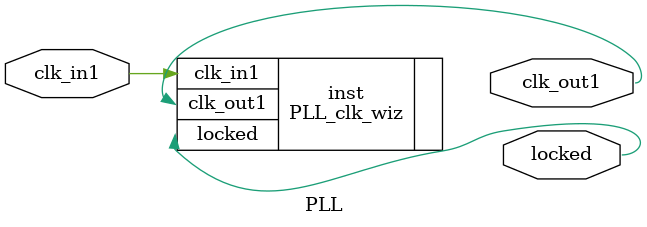
<source format=v>


`timescale 1ps/1ps

(* CORE_GENERATION_INFO = "PLL,clk_wiz_v6_0_4_0_0,{component_name=PLL,use_phase_alignment=true,use_min_o_jitter=false,use_max_i_jitter=false,use_dyn_phase_shift=false,use_inclk_switchover=false,use_dyn_reconfig=false,enable_axi=0,feedback_source=FDBK_AUTO,PRIMITIVE=PLL,num_out_clk=1,clkin1_period=10.000,clkin2_period=10.000,use_power_down=false,use_reset=false,use_locked=true,use_inclk_stopped=false,feedback_type=SINGLE,CLOCK_MGR_TYPE=NA,manual_override=false}" *)

module PLL 
 (
  // Clock out ports
  output        clk_out1,
  // Status and control signals
  output        locked,
 // Clock in ports
  input         clk_in1
 );

  PLL_clk_wiz inst
  (
  // Clock out ports  
  .clk_out1(clk_out1),
  // Status and control signals               
  .locked(locked),
 // Clock in ports
  .clk_in1(clk_in1)
  );

endmodule

</source>
